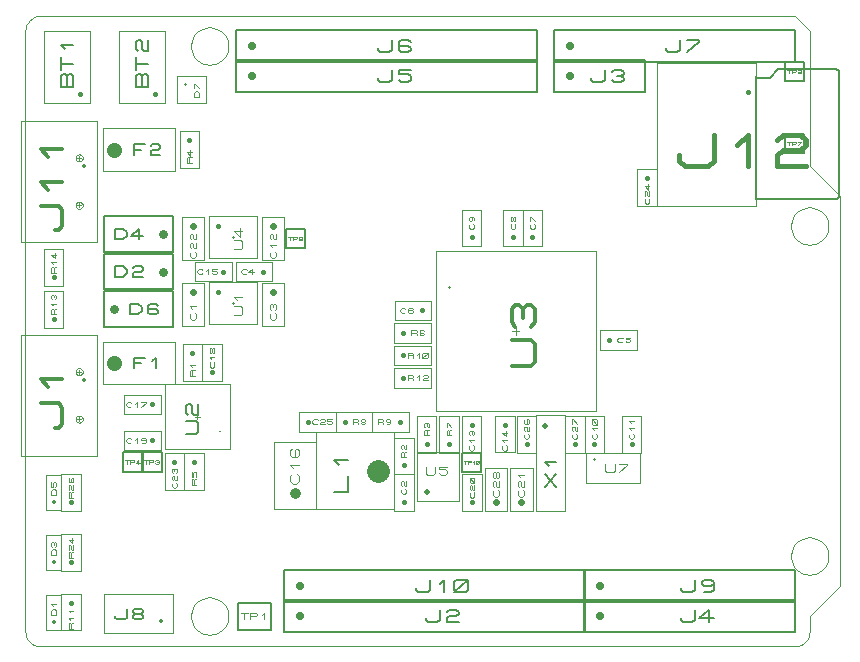
<source format=gbr>
G04 PROTEUS RS274X GERBER FILE*
%FSLAX45Y45*%
%MOMM*%
G01*
%ADD50C,0.025400*%
%ADD95C,0.360000*%
%ADD96C,0.303330*%
%ADD12C,0.400000*%
%ADD97C,0.160210*%
%ADD98C,0.320000*%
%ADD99C,0.067010*%
%ADD52C,0.127000*%
%ADD100C,0.088900*%
%ADD101C,0.420000*%
%ADD102C,0.067500*%
%ADD103C,1.280000*%
%ADD104C,0.142210*%
%ADD105C,0.150710*%
%ADD106C,0.640000*%
%ADD107C,0.177800*%
%ADD108C,0.431830*%
%ADD109C,0.180000*%
%ADD110C,0.162330*%
%ADD111C,0.270000*%
%ADD112C,0.328930*%
%ADD113C,0.260000*%
%ADD114C,0.071610*%
%ADD115C,0.113280*%
%ADD116C,0.480000*%
%ADD117C,0.050000*%
%ADD118C,0.119760*%
%ADD119C,0.760000*%
%ADD120C,0.149760*%
%ADD121C,0.558800*%
%ADD122C,0.084240*%
%ADD123C,1.935000*%
%ADD124C,0.203700*%
%ADD125C,0.160880*%
%ADD126C,0.914400*%
%ADD127C,0.121470*%
%ADD128C,0.037500*%
D50*
X+6800850Y+762000D02*
X+6800320Y+774958D01*
X+6796016Y+800876D01*
X+6787025Y+826794D01*
X+6772380Y+852712D01*
X+6749976Y+878466D01*
X+6724058Y+897958D01*
X+6698140Y+910530D01*
X+6672222Y+917866D01*
X+6646304Y+920694D01*
X+6642100Y+920750D01*
X+6483350Y+762000D02*
X+6483880Y+774958D01*
X+6488184Y+800876D01*
X+6497175Y+826794D01*
X+6511820Y+852712D01*
X+6534224Y+878466D01*
X+6560142Y+897958D01*
X+6586060Y+910530D01*
X+6611978Y+917866D01*
X+6637896Y+920694D01*
X+6642100Y+920750D01*
X+6483350Y+762000D02*
X+6483880Y+749042D01*
X+6488184Y+723124D01*
X+6497175Y+697206D01*
X+6511820Y+671288D01*
X+6534224Y+645534D01*
X+6560142Y+626042D01*
X+6586060Y+613470D01*
X+6611978Y+606134D01*
X+6637896Y+603306D01*
X+6642100Y+603250D01*
X+6800850Y+762000D02*
X+6800320Y+749042D01*
X+6796016Y+723124D01*
X+6787025Y+697206D01*
X+6772380Y+671288D01*
X+6749976Y+645534D01*
X+6724058Y+626042D01*
X+6698140Y+613470D01*
X+6672222Y+606134D01*
X+6646304Y+603306D01*
X+6642100Y+603250D01*
X+6800850Y+3556000D02*
X+6800320Y+3568958D01*
X+6796016Y+3594876D01*
X+6787025Y+3620794D01*
X+6772380Y+3646712D01*
X+6749976Y+3672466D01*
X+6724058Y+3691958D01*
X+6698140Y+3704530D01*
X+6672222Y+3711866D01*
X+6646304Y+3714694D01*
X+6642100Y+3714750D01*
X+6483350Y+3556000D02*
X+6483880Y+3568958D01*
X+6488184Y+3594876D01*
X+6497175Y+3620794D01*
X+6511820Y+3646712D01*
X+6534224Y+3672466D01*
X+6560142Y+3691958D01*
X+6586060Y+3704530D01*
X+6611978Y+3711866D01*
X+6637896Y+3714694D01*
X+6642100Y+3714750D01*
X+6483350Y+3556000D02*
X+6483880Y+3543042D01*
X+6488184Y+3517124D01*
X+6497175Y+3491206D01*
X+6511820Y+3465288D01*
X+6534224Y+3439534D01*
X+6560142Y+3420042D01*
X+6586060Y+3407470D01*
X+6611978Y+3400134D01*
X+6637896Y+3397306D01*
X+6642100Y+3397250D01*
X+6800850Y+3556000D02*
X+6800320Y+3543042D01*
X+6796016Y+3517124D01*
X+6787025Y+3491206D01*
X+6772380Y+3465288D01*
X+6749976Y+3439534D01*
X+6724058Y+3420042D01*
X+6698140Y+3407470D01*
X+6672222Y+3400134D01*
X+6646304Y+3397306D01*
X+6642100Y+3397250D01*
X+1720850Y+5080000D02*
X+1720320Y+5092958D01*
X+1716016Y+5118876D01*
X+1707025Y+5144794D01*
X+1692380Y+5170712D01*
X+1669976Y+5196466D01*
X+1644058Y+5215958D01*
X+1618140Y+5228530D01*
X+1592222Y+5235866D01*
X+1566304Y+5238694D01*
X+1562100Y+5238750D01*
X+1403350Y+5080000D02*
X+1403880Y+5092958D01*
X+1408184Y+5118876D01*
X+1417175Y+5144794D01*
X+1431820Y+5170712D01*
X+1454224Y+5196466D01*
X+1480142Y+5215958D01*
X+1506060Y+5228530D01*
X+1531978Y+5235866D01*
X+1557896Y+5238694D01*
X+1562100Y+5238750D01*
X+1403350Y+5080000D02*
X+1403880Y+5067042D01*
X+1408184Y+5041124D01*
X+1417175Y+5015206D01*
X+1431820Y+4989288D01*
X+1454224Y+4963534D01*
X+1480142Y+4944042D01*
X+1506060Y+4931470D01*
X+1531978Y+4924134D01*
X+1557896Y+4921306D01*
X+1562100Y+4921250D01*
X+1720850Y+5080000D02*
X+1720320Y+5067042D01*
X+1716016Y+5041124D01*
X+1707025Y+5015206D01*
X+1692380Y+4989288D01*
X+1669976Y+4963534D01*
X+1644058Y+4944042D01*
X+1618140Y+4931470D01*
X+1592222Y+4924134D01*
X+1566304Y+4921306D01*
X+1562100Y+4921250D01*
X+1720850Y+254000D02*
X+1720320Y+266958D01*
X+1716016Y+292876D01*
X+1707025Y+318794D01*
X+1692380Y+344712D01*
X+1669976Y+370466D01*
X+1644058Y+389958D01*
X+1618140Y+402530D01*
X+1592222Y+409866D01*
X+1566304Y+412694D01*
X+1562100Y+412750D01*
X+1403350Y+254000D02*
X+1403880Y+266958D01*
X+1408184Y+292876D01*
X+1417175Y+318794D01*
X+1431820Y+344712D01*
X+1454224Y+370466D01*
X+1480142Y+389958D01*
X+1506060Y+402530D01*
X+1531978Y+409866D01*
X+1557896Y+412694D01*
X+1562100Y+412750D01*
X+1403350Y+254000D02*
X+1403880Y+241042D01*
X+1408184Y+215124D01*
X+1417175Y+189206D01*
X+1431820Y+163288D01*
X+1454224Y+137534D01*
X+1480142Y+118042D01*
X+1506060Y+105470D01*
X+1531978Y+98134D01*
X+1557896Y+95306D01*
X+1562100Y+95250D01*
X+1720850Y+254000D02*
X+1720320Y+241042D01*
X+1716016Y+215124D01*
X+1707025Y+189206D01*
X+1692380Y+163288D01*
X+1669976Y+137534D01*
X+1644058Y+118042D01*
X+1618140Y+105470D01*
X+1592222Y+98134D01*
X+1566304Y+95306D01*
X+1562100Y+95250D01*
X+127000Y+0D02*
X+101032Y+2527D01*
X+77018Y+9798D01*
X+55423Y+21347D01*
X+36711Y+36711D01*
X+21348Y+55423D01*
X+9798Y+77018D01*
X+2527Y+101032D01*
X+0Y+127000D01*
X+0Y+5207000D01*
X+2527Y+5232967D01*
X+9798Y+5256981D01*
X+21348Y+5278577D01*
X+36711Y+5297289D01*
X+55423Y+5312652D01*
X+77018Y+5324202D01*
X+101032Y+5331473D01*
X+127000Y+5334000D01*
X+6515100Y+5334000D01*
X+6642100Y+5207000D01*
X+6642100Y+4064000D01*
X+6896100Y+3810000D01*
X+6896100Y+508000D01*
X+6642100Y+254000D01*
X+6642100Y+127000D01*
X+6639573Y+101032D01*
X+6632302Y+77018D01*
X+6620752Y+55423D01*
X+6605389Y+36711D01*
X+6586677Y+21347D01*
X+6565081Y+9798D01*
X+6541067Y+2527D01*
X+6515100Y+0D01*
X+127000Y+0D01*
X+486300Y+2322200D02*
X+486197Y+2324689D01*
X+485355Y+2329669D01*
X+483595Y+2334649D01*
X+480718Y+2339629D01*
X+476317Y+2344545D01*
X+471337Y+2348159D01*
X+466357Y+2350464D01*
X+461377Y+2351767D01*
X+456397Y+2352200D01*
X+456300Y+2352200D01*
X+426300Y+2322200D02*
X+426403Y+2324689D01*
X+427245Y+2329669D01*
X+429005Y+2334649D01*
X+431882Y+2339629D01*
X+436283Y+2344545D01*
X+441263Y+2348159D01*
X+446243Y+2350464D01*
X+451223Y+2351767D01*
X+456203Y+2352200D01*
X+456300Y+2352200D01*
X+426300Y+2322200D02*
X+426403Y+2319711D01*
X+427245Y+2314731D01*
X+429005Y+2309751D01*
X+431882Y+2304771D01*
X+436283Y+2299855D01*
X+441263Y+2296241D01*
X+446243Y+2293936D01*
X+451223Y+2292633D01*
X+456203Y+2292200D01*
X+456300Y+2292200D01*
X+486300Y+2322200D02*
X+486197Y+2319711D01*
X+485355Y+2314731D01*
X+483595Y+2309751D01*
X+480718Y+2304771D01*
X+476317Y+2299855D01*
X+471337Y+2296241D01*
X+466357Y+2293936D01*
X+461377Y+2292633D01*
X+456397Y+2292200D01*
X+456300Y+2292200D01*
X+486300Y+1922200D02*
X+486197Y+1924689D01*
X+485355Y+1929669D01*
X+483595Y+1934649D01*
X+480718Y+1939629D01*
X+476317Y+1944545D01*
X+471337Y+1948159D01*
X+466357Y+1950464D01*
X+461377Y+1951767D01*
X+456397Y+1952200D01*
X+456300Y+1952200D01*
X+426300Y+1922200D02*
X+426403Y+1924689D01*
X+427245Y+1929669D01*
X+429005Y+1934649D01*
X+431882Y+1939629D01*
X+436283Y+1944545D01*
X+441263Y+1948159D01*
X+446243Y+1950464D01*
X+451223Y+1951767D01*
X+456203Y+1952200D01*
X+456300Y+1952200D01*
X+426300Y+1922200D02*
X+426403Y+1919711D01*
X+427245Y+1914731D01*
X+429005Y+1909751D01*
X+431882Y+1904771D01*
X+436283Y+1899855D01*
X+441263Y+1896241D01*
X+446243Y+1893936D01*
X+451223Y+1892633D01*
X+456203Y+1892200D01*
X+456300Y+1892200D01*
X+486300Y+1922200D02*
X+486197Y+1919711D01*
X+485355Y+1914731D01*
X+483595Y+1909751D01*
X+480718Y+1904771D01*
X+476317Y+1899855D01*
X+471337Y+1896241D01*
X+466357Y+1893936D01*
X+461377Y+1892633D01*
X+456397Y+1892200D01*
X+456300Y+1892200D01*
X+456300Y+1937200D02*
X+456300Y+1907200D01*
X+471300Y+1922200D02*
X+441300Y+1922200D01*
X+456300Y+2337200D02*
X+456300Y+2307200D01*
X+471300Y+2322200D02*
X+441300Y+2322200D01*
X-38700Y+1607200D02*
X+611300Y+1607200D01*
X+611300Y+2637200D01*
X-38700Y+2637200D01*
X-38700Y+1607200D01*
D95*
X+501300Y+2252200D02*
X+501300Y+2252200D01*
D96*
X+251999Y+1849195D02*
X+282333Y+1849195D01*
X+312667Y+1883320D01*
X+312667Y+2019823D01*
X+282333Y+2053948D01*
X+130663Y+2053948D01*
X+191331Y+2190451D02*
X+130663Y+2258702D01*
X+312667Y+2258702D01*
D50*
X+161300Y+4595800D02*
X+546300Y+4595800D01*
X+546300Y+5205800D01*
X+161300Y+5205800D01*
X+161300Y+4595800D01*
D12*
X+466300Y+4670800D02*
X+466300Y+4670800D01*
D97*
X+401863Y+4732652D02*
X+305737Y+4732652D01*
X+305737Y+4822770D01*
X+321758Y+4840793D01*
X+337779Y+4840793D01*
X+353800Y+4822770D01*
X+369821Y+4840793D01*
X+385842Y+4840793D01*
X+401863Y+4822770D01*
X+401863Y+4732652D01*
X+353800Y+4732652D02*
X+353800Y+4822770D01*
X+305737Y+4876841D02*
X+305737Y+4984982D01*
X+305737Y+4930911D02*
X+401863Y+4930911D01*
X+337779Y+5057077D02*
X+305737Y+5093124D01*
X+401863Y+5093124D01*
D50*
X+796300Y+4595800D02*
X+1181300Y+4595800D01*
X+1181300Y+5205800D01*
X+796300Y+5205800D01*
X+796300Y+4595800D01*
D12*
X+1101300Y+4670800D02*
X+1101300Y+4670800D01*
D97*
X+1036863Y+4732652D02*
X+940737Y+4732652D01*
X+940737Y+4822770D01*
X+956758Y+4840793D01*
X+972779Y+4840793D01*
X+988800Y+4822770D01*
X+1004821Y+4840793D01*
X+1020842Y+4840793D01*
X+1036863Y+4822770D01*
X+1036863Y+4732652D01*
X+988800Y+4732652D02*
X+988800Y+4822770D01*
X+940737Y+4876841D02*
X+940737Y+4984982D01*
X+940737Y+4930911D02*
X+1036863Y+4930911D01*
X+956758Y+5039053D02*
X+940737Y+5057077D01*
X+940737Y+5111148D01*
X+956758Y+5129171D01*
X+972779Y+5129171D01*
X+988800Y+5111148D01*
X+988800Y+5057077D01*
X+1004821Y+5039053D01*
X+1036863Y+5039053D01*
X+1036863Y+5129171D01*
D50*
X+177800Y+139575D02*
X+304800Y+139575D01*
X+304800Y+431675D01*
X+177800Y+431675D01*
X+177800Y+139575D01*
D98*
X+241300Y+203200D02*
X+241300Y+203200D01*
D99*
X+261404Y+265760D02*
X+221195Y+265760D01*
X+221195Y+295916D01*
X+234598Y+310994D01*
X+248001Y+310994D01*
X+261404Y+295916D01*
X+261404Y+265760D01*
X+234598Y+341151D02*
X+221195Y+356229D01*
X+261404Y+356229D01*
D52*
X+1803400Y+139700D02*
X+2082800Y+139700D01*
X+2082800Y+368300D01*
X+1803400Y+368300D01*
X+1803400Y+139700D01*
D100*
X+1823085Y+280670D02*
X+1883092Y+280670D01*
X+1853088Y+280670D02*
X+1853088Y+227330D01*
X+1903095Y+227330D02*
X+1903095Y+280670D01*
X+1953101Y+280670D01*
X+1963102Y+271780D01*
X+1963102Y+262890D01*
X+1953101Y+254000D01*
X+1903095Y+254000D01*
X+2003107Y+262890D02*
X+2023110Y+280670D01*
X+2023110Y+227330D01*
D50*
X+304805Y+635000D02*
X+469905Y+635000D01*
X+469905Y+946150D01*
X+304805Y+946150D01*
X+304805Y+635000D01*
D101*
X+387350Y+711200D02*
X+387350Y+711200D01*
D102*
X+407607Y+748678D02*
X+367104Y+748678D01*
X+367104Y+786649D01*
X+373854Y+794244D01*
X+380605Y+794244D01*
X+387355Y+786649D01*
X+387355Y+748678D01*
X+387355Y+786649D02*
X+394106Y+794244D01*
X+407607Y+794244D01*
X+373854Y+817027D02*
X+367104Y+824621D01*
X+367104Y+847404D01*
X+373854Y+854999D01*
X+380605Y+854999D01*
X+387355Y+847404D01*
X+387355Y+824621D01*
X+394106Y+817027D01*
X+407607Y+817027D01*
X+407607Y+854999D01*
X+394106Y+915754D02*
X+394106Y+870188D01*
X+367104Y+900565D01*
X+407607Y+900565D01*
D50*
X+304795Y+133250D02*
X+469895Y+133250D01*
X+469895Y+444400D01*
X+304795Y+444400D01*
X+304795Y+133250D01*
D101*
X+387350Y+368200D02*
X+387350Y+368200D01*
D102*
X+407597Y+148458D02*
X+367094Y+148458D01*
X+367094Y+186429D01*
X+373844Y+194024D01*
X+380595Y+194024D01*
X+387345Y+186429D01*
X+387345Y+148458D01*
X+387345Y+186429D02*
X+394096Y+194024D01*
X+407597Y+194024D01*
X+380595Y+224401D02*
X+367094Y+239590D01*
X+407597Y+239590D01*
X+380595Y+285156D02*
X+367094Y+300345D01*
X+407597Y+300345D01*
D50*
X+177800Y+647575D02*
X+304800Y+647575D01*
X+304800Y+939675D01*
X+177800Y+939675D01*
X+177800Y+647575D01*
D98*
X+241300Y+711200D02*
X+241300Y+711200D01*
D99*
X+261404Y+773760D02*
X+221195Y+773760D01*
X+221195Y+803916D01*
X+234598Y+818994D01*
X+248001Y+818994D01*
X+261404Y+803916D01*
X+261404Y+773760D01*
X+227897Y+841612D02*
X+221195Y+849151D01*
X+221195Y+871768D01*
X+227897Y+879307D01*
X+234598Y+879307D01*
X+241300Y+871768D01*
X+248001Y+879307D01*
X+254703Y+879307D01*
X+261404Y+871768D01*
X+261404Y+849151D01*
X+254703Y+841612D01*
X+241300Y+856690D02*
X+241300Y+871768D01*
D50*
X+660300Y+2216000D02*
X+1270300Y+2216000D01*
X+1270300Y+2576000D01*
X+660300Y+2576000D01*
X+660300Y+2216000D01*
D103*
X+755300Y+2396000D02*
X+755300Y+2396000D01*
D104*
X+917446Y+2353337D02*
X+917446Y+2438663D01*
X+1013437Y+2438663D01*
X+917446Y+2396000D02*
X+981440Y+2396000D01*
X+1077432Y+2410221D02*
X+1109429Y+2438663D01*
X+1109429Y+2353337D01*
D50*
X+304805Y+1143000D02*
X+469905Y+1143000D01*
X+469905Y+1454150D01*
X+304805Y+1454150D01*
X+304805Y+1143000D01*
D101*
X+387350Y+1219200D02*
X+387350Y+1219200D01*
D102*
X+407607Y+1256678D02*
X+367104Y+1256678D01*
X+367104Y+1294649D01*
X+373854Y+1302244D01*
X+380605Y+1302244D01*
X+387355Y+1294649D01*
X+387355Y+1256678D01*
X+387355Y+1294649D02*
X+394106Y+1302244D01*
X+407607Y+1302244D01*
X+373854Y+1325027D02*
X+367104Y+1332621D01*
X+367104Y+1355404D01*
X+373854Y+1362999D01*
X+380605Y+1362999D01*
X+387355Y+1355404D01*
X+387355Y+1332621D01*
X+394106Y+1325027D01*
X+407607Y+1325027D01*
X+407607Y+1362999D01*
X+373854Y+1423754D02*
X+367104Y+1416159D01*
X+367104Y+1393376D01*
X+373854Y+1385782D01*
X+400857Y+1385782D01*
X+407607Y+1393376D01*
X+407607Y+1416159D01*
X+400857Y+1423754D01*
X+394106Y+1423754D01*
X+387355Y+1416159D01*
X+387355Y+1385782D01*
D50*
X+666750Y+106600D02*
X+1250950Y+106600D01*
X+1250950Y+436800D01*
X+666750Y+436800D01*
X+666750Y+106600D01*
D95*
X+1149350Y+208200D02*
X+1149350Y+208200D01*
D105*
X+762769Y+256628D02*
X+762769Y+241556D01*
X+779724Y+226484D01*
X+847547Y+226484D01*
X+864503Y+241556D01*
X+864503Y+316915D01*
X+932326Y+271700D02*
X+915370Y+286771D01*
X+915370Y+301843D01*
X+932326Y+316915D01*
X+983193Y+316915D01*
X+1000149Y+301843D01*
X+1000149Y+286771D01*
X+983193Y+271700D01*
X+932326Y+271700D01*
X+915370Y+256628D01*
X+915370Y+241556D01*
X+932326Y+226484D01*
X+983193Y+226484D01*
X+1000149Y+241556D01*
X+1000149Y+256628D01*
X+983193Y+271700D01*
D52*
X+4730750Y+374650D02*
X+6521450Y+374650D01*
X+6521450Y+641350D01*
X+4730750Y+641350D01*
X+4730750Y+374650D01*
D106*
X+4864100Y+508000D02*
X+4864100Y+508000D01*
D107*
X+5548755Y+490220D02*
X+5548755Y+472440D01*
X+5568757Y+454660D01*
X+5648767Y+454660D01*
X+5668770Y+472440D01*
X+5668770Y+561340D01*
X+5828790Y+525780D02*
X+5808787Y+508000D01*
X+5748780Y+508000D01*
X+5728777Y+525780D01*
X+5728777Y+543560D01*
X+5748780Y+561340D01*
X+5808787Y+561340D01*
X+5828790Y+543560D01*
X+5828790Y+472440D01*
X+5808787Y+454660D01*
X+5748780Y+454660D01*
D52*
X+4730750Y+120650D02*
X+6521450Y+120650D01*
X+6521450Y+387350D01*
X+4730750Y+387350D01*
X+4730750Y+120650D01*
D106*
X+4864100Y+254000D02*
X+4864100Y+254000D01*
D107*
X+5548755Y+236220D02*
X+5548755Y+218440D01*
X+5568757Y+200660D01*
X+5648767Y+200660D01*
X+5668770Y+218440D01*
X+5668770Y+307340D01*
X+5828790Y+236220D02*
X+5708775Y+236220D01*
X+5788785Y+307340D01*
X+5788785Y+200660D01*
D52*
X+2190750Y+374650D02*
X+4743450Y+374650D01*
X+4743450Y+641350D01*
X+2190750Y+641350D01*
X+2190750Y+374650D01*
D106*
X+2324100Y+508000D02*
X+2324100Y+508000D01*
D107*
X+3309745Y+490220D02*
X+3309745Y+472440D01*
X+3329747Y+454660D01*
X+3409757Y+454660D01*
X+3429760Y+472440D01*
X+3429760Y+561340D01*
X+3509770Y+525780D02*
X+3549775Y+561340D01*
X+3549775Y+454660D01*
X+3629785Y+472440D02*
X+3629785Y+543560D01*
X+3649787Y+561340D01*
X+3729797Y+561340D01*
X+3749800Y+543560D01*
X+3749800Y+472440D01*
X+3729797Y+454660D01*
X+3649787Y+454660D01*
X+3629785Y+472440D01*
X+3629785Y+454660D02*
X+3749800Y+561340D01*
D52*
X+2190750Y+120650D02*
X+4743450Y+120650D01*
X+4743450Y+387350D01*
X+2190750Y+387350D01*
X+2190750Y+120650D01*
D106*
X+2324100Y+254000D02*
X+2324100Y+254000D01*
D107*
X+3389755Y+236220D02*
X+3389755Y+218440D01*
X+3409757Y+200660D01*
X+3489767Y+200660D01*
X+3509770Y+218440D01*
X+3509770Y+307340D01*
X+3569777Y+289560D02*
X+3589780Y+307340D01*
X+3649787Y+307340D01*
X+3669790Y+289560D01*
X+3669790Y+271780D01*
X+3649787Y+254000D01*
X+3589780Y+254000D01*
X+3569777Y+236220D01*
X+3569777Y+200660D01*
X+3669790Y+200660D01*
D52*
X+1784350Y+4946650D02*
X+4337050Y+4946650D01*
X+4337050Y+5213350D01*
X+1784350Y+5213350D01*
X+1784350Y+4946650D01*
D106*
X+1917700Y+5080000D02*
X+1917700Y+5080000D01*
D107*
X+2983355Y+5062220D02*
X+2983355Y+5044440D01*
X+3003357Y+5026660D01*
X+3083367Y+5026660D01*
X+3103370Y+5044440D01*
X+3103370Y+5133340D01*
X+3263390Y+5115560D02*
X+3243387Y+5133340D01*
X+3183380Y+5133340D01*
X+3163377Y+5115560D01*
X+3163377Y+5044440D01*
X+3183380Y+5026660D01*
X+3243387Y+5026660D01*
X+3263390Y+5044440D01*
X+3263390Y+5062220D01*
X+3243387Y+5080000D01*
X+3163377Y+5080000D01*
D52*
X+1784350Y+4692650D02*
X+4337050Y+4692650D01*
X+4337050Y+4959350D01*
X+1784350Y+4959350D01*
X+1784350Y+4692650D01*
D106*
X+1917700Y+4826000D02*
X+1917700Y+4826000D01*
D107*
X+2983355Y+4808220D02*
X+2983355Y+4790440D01*
X+3003357Y+4772660D01*
X+3083367Y+4772660D01*
X+3103370Y+4790440D01*
X+3103370Y+4879340D01*
X+3263390Y+4879340D02*
X+3163377Y+4879340D01*
X+3163377Y+4843780D01*
X+3243387Y+4843780D01*
X+3263390Y+4826000D01*
X+3263390Y+4790440D01*
X+3243387Y+4772660D01*
X+3183380Y+4772660D01*
X+3163377Y+4790440D01*
D52*
X+4476750Y+4946650D02*
X+6521450Y+4946650D01*
X+6521450Y+5213350D01*
X+4476750Y+5213350D01*
X+4476750Y+4946650D01*
D106*
X+4610100Y+5080000D02*
X+4610100Y+5080000D01*
D107*
X+5421755Y+5062220D02*
X+5421755Y+5044440D01*
X+5441757Y+5026660D01*
X+5521767Y+5026660D01*
X+5541770Y+5044440D01*
X+5541770Y+5133340D01*
X+5601777Y+5133340D02*
X+5701790Y+5133340D01*
X+5701790Y+5115560D01*
X+5601777Y+5026660D01*
D50*
X+177800Y+1155575D02*
X+304800Y+1155575D01*
X+304800Y+1447675D01*
X+177800Y+1447675D01*
X+177800Y+1155575D01*
D98*
X+241300Y+1219200D02*
X+241300Y+1219200D01*
D99*
X+261404Y+1281760D02*
X+221195Y+1281760D01*
X+221195Y+1311916D01*
X+234598Y+1326994D01*
X+248001Y+1326994D01*
X+261404Y+1311916D01*
X+261404Y+1281760D01*
X+221195Y+1387307D02*
X+221195Y+1349612D01*
X+234598Y+1349612D01*
X+234598Y+1379768D01*
X+241300Y+1387307D01*
X+254703Y+1387307D01*
X+261404Y+1379768D01*
X+261404Y+1357151D01*
X+254703Y+1349612D01*
D50*
X+5347000Y+3728100D02*
X+6187000Y+3728100D01*
X+6187000Y+4938100D01*
X+5347000Y+4938100D01*
X+5347000Y+3728100D01*
D52*
X+6187000Y+3783100D02*
X+6862000Y+3783100D01*
X+6873807Y+3785414D01*
X+6883328Y+3791772D01*
X+6889686Y+3801293D01*
X+6892000Y+3813100D01*
X+6892000Y+4853100D01*
X+6889686Y+4864907D01*
X+6883328Y+4874428D01*
X+6873807Y+4880786D01*
X+6862000Y+4883100D01*
X+6372000Y+4883100D01*
X+6302000Y+4813100D01*
X+6202000Y+4813100D01*
X+6191336Y+4817436D01*
X+6187000Y+4828100D01*
X+6187000Y+3783100D01*
D12*
X+6117000Y+4688100D02*
X+6117000Y+4688100D01*
D108*
X+5539070Y+4154282D02*
X+5539070Y+4111099D01*
X+5587650Y+4067916D01*
X+5781974Y+4067916D01*
X+5830555Y+4111099D01*
X+5830555Y+4327014D01*
X+6024878Y+4240648D02*
X+6122040Y+4327014D01*
X+6122040Y+4067916D01*
X+6364944Y+4283831D02*
X+6413525Y+4327014D01*
X+6559268Y+4327014D01*
X+6607849Y+4283831D01*
X+6607849Y+4240648D01*
X+6559268Y+4197465D01*
X+6413525Y+4197465D01*
X+6364944Y+4154282D01*
X+6364944Y+4067916D01*
X+6607849Y+4067916D01*
D50*
X+1475700Y+1940650D02*
X+1435700Y+1940650D01*
X+1455700Y+1920650D02*
X+1455700Y+1960650D01*
X+1180700Y+1665650D02*
X+1730700Y+1665650D01*
X+1730700Y+2215650D01*
X+1180700Y+2215650D01*
X+1180700Y+1665650D01*
D109*
X+1650700Y+1820650D02*
X+1650700Y+1820650D01*
D110*
X+1361864Y+1794547D02*
X+1443032Y+1794547D01*
X+1459266Y+1812809D01*
X+1459266Y+1885861D01*
X+1443032Y+1904124D01*
X+1361864Y+1904124D01*
X+1378098Y+1958912D02*
X+1361864Y+1977175D01*
X+1361864Y+2031964D01*
X+1378098Y+2050227D01*
X+1394331Y+2050227D01*
X+1410565Y+2031964D01*
X+1410565Y+1977175D01*
X+1426799Y+1958912D01*
X+1459266Y+1958912D01*
X+1459266Y+2050227D01*
D50*
X+3474400Y+1987400D02*
X+4834400Y+1987400D01*
X+4834400Y+3347400D01*
X+3474400Y+3347400D01*
X+3474400Y+1987400D01*
X+4124400Y+2667400D02*
X+4184400Y+2667400D01*
X+4154400Y+2697400D02*
X+4154400Y+2637400D01*
D111*
X+3584400Y+3042400D02*
X+3584400Y+3042400D01*
D112*
X+4118104Y+2371357D02*
X+4282572Y+2371357D01*
X+4315466Y+2408362D01*
X+4315466Y+2556383D01*
X+4282572Y+2593389D01*
X+4118104Y+2593389D01*
X+4150998Y+2704405D02*
X+4118104Y+2741410D01*
X+4118104Y+2852426D01*
X+4150998Y+2889432D01*
X+4183891Y+2889432D01*
X+4216785Y+2852426D01*
X+4249679Y+2889432D01*
X+4282572Y+2889432D01*
X+4315466Y+2852426D01*
X+4315466Y+2741410D01*
X+4282572Y+2704405D01*
X+4216785Y+2778416D02*
X+4216785Y+2852426D01*
D50*
X+486300Y+4132900D02*
X+486197Y+4135389D01*
X+485355Y+4140369D01*
X+483595Y+4145349D01*
X+480718Y+4150329D01*
X+476317Y+4155245D01*
X+471337Y+4158859D01*
X+466357Y+4161164D01*
X+461377Y+4162467D01*
X+456397Y+4162900D01*
X+456300Y+4162900D01*
X+426300Y+4132900D02*
X+426403Y+4135389D01*
X+427245Y+4140369D01*
X+429005Y+4145349D01*
X+431882Y+4150329D01*
X+436283Y+4155245D01*
X+441263Y+4158859D01*
X+446243Y+4161164D01*
X+451223Y+4162467D01*
X+456203Y+4162900D01*
X+456300Y+4162900D01*
X+426300Y+4132900D02*
X+426403Y+4130411D01*
X+427245Y+4125431D01*
X+429005Y+4120451D01*
X+431882Y+4115471D01*
X+436283Y+4110555D01*
X+441263Y+4106941D01*
X+446243Y+4104636D01*
X+451223Y+4103333D01*
X+456203Y+4102900D01*
X+456300Y+4102900D01*
X+486300Y+4132900D02*
X+486197Y+4130411D01*
X+485355Y+4125431D01*
X+483595Y+4120451D01*
X+480718Y+4115471D01*
X+476317Y+4110555D01*
X+471337Y+4106941D01*
X+466357Y+4104636D01*
X+461377Y+4103333D01*
X+456397Y+4102900D01*
X+456300Y+4102900D01*
X+486300Y+3732900D02*
X+486197Y+3735389D01*
X+485355Y+3740369D01*
X+483595Y+3745349D01*
X+480718Y+3750329D01*
X+476317Y+3755245D01*
X+471337Y+3758859D01*
X+466357Y+3761164D01*
X+461377Y+3762467D01*
X+456397Y+3762900D01*
X+456300Y+3762900D01*
X+426300Y+3732900D02*
X+426403Y+3735389D01*
X+427245Y+3740369D01*
X+429005Y+3745349D01*
X+431882Y+3750329D01*
X+436283Y+3755245D01*
X+441263Y+3758859D01*
X+446243Y+3761164D01*
X+451223Y+3762467D01*
X+456203Y+3762900D01*
X+456300Y+3762900D01*
X+426300Y+3732900D02*
X+426403Y+3730411D01*
X+427245Y+3725431D01*
X+429005Y+3720451D01*
X+431882Y+3715471D01*
X+436283Y+3710555D01*
X+441263Y+3706941D01*
X+446243Y+3704636D01*
X+451223Y+3703333D01*
X+456203Y+3702900D01*
X+456300Y+3702900D01*
X+486300Y+3732900D02*
X+486197Y+3730411D01*
X+485355Y+3725431D01*
X+483595Y+3720451D01*
X+480718Y+3715471D01*
X+476317Y+3710555D01*
X+471337Y+3706941D01*
X+466357Y+3704636D01*
X+461377Y+3703333D01*
X+456397Y+3702900D01*
X+456300Y+3702900D01*
X+456300Y+3747900D02*
X+456300Y+3717900D01*
X+471300Y+3732900D02*
X+441300Y+3732900D01*
X+456300Y+4147900D02*
X+456300Y+4117900D01*
X+471300Y+4132900D02*
X+441300Y+4132900D01*
X-38700Y+3417900D02*
X+611300Y+3417900D01*
X+611300Y+4447900D01*
X-38700Y+4447900D01*
X-38700Y+3417900D01*
D95*
X+501300Y+4062900D02*
X+501300Y+4062900D01*
D96*
X+251999Y+3523393D02*
X+282333Y+3523393D01*
X+312667Y+3557518D01*
X+312667Y+3694021D01*
X+282333Y+3728146D01*
X+130663Y+3728146D01*
X+191331Y+3864649D02*
X+130663Y+3932900D01*
X+312667Y+3932900D01*
X+191331Y+4137654D02*
X+130663Y+4205905D01*
X+312667Y+4205905D01*
D50*
X+1285300Y+4600800D02*
X+1530300Y+4600800D01*
X+1530300Y+4825800D01*
X+1285300Y+4825800D01*
X+1285300Y+4600800D01*
D113*
X+1355300Y+4755800D02*
X+1355300Y+4755800D01*
D114*
X+1471419Y+4648849D02*
X+1428451Y+4648849D01*
X+1428451Y+4681074D01*
X+1442774Y+4697187D01*
X+1457096Y+4697187D01*
X+1471419Y+4681074D01*
X+1471419Y+4648849D01*
X+1428451Y+4721356D02*
X+1428451Y+4761638D01*
X+1435612Y+4761638D01*
X+1471419Y+4721356D01*
D50*
X+1758850Y+2914250D02*
X+1758850Y+2894250D01*
X+1768850Y+2904250D02*
X+1748850Y+2904250D01*
X+1558850Y+2729250D02*
X+1958850Y+2729250D01*
X+1958850Y+3079250D01*
X+1558850Y+3079250D01*
X+1558850Y+2729250D01*
D12*
X+1628850Y+2999250D02*
X+1628850Y+2999250D01*
D115*
X+1770501Y+2802298D02*
X+1827141Y+2802298D01*
X+1838469Y+2815042D01*
X+1838469Y+2866018D01*
X+1827141Y+2878762D01*
X+1770501Y+2878762D01*
X+1793157Y+2929738D02*
X+1770501Y+2955226D01*
X+1838469Y+2955226D01*
D50*
X+1758850Y+3473050D02*
X+1758850Y+3453050D01*
X+1768850Y+3463050D02*
X+1748850Y+3463050D01*
X+1558850Y+3288050D02*
X+1958850Y+3288050D01*
X+1958850Y+3638050D01*
X+1558850Y+3638050D01*
X+1558850Y+3288050D01*
D12*
X+1628850Y+3558050D02*
X+1628850Y+3558050D01*
D115*
X+1770501Y+3361098D02*
X+1827141Y+3361098D01*
X+1838469Y+3373842D01*
X+1838469Y+3424818D01*
X+1827141Y+3437562D01*
X+1770501Y+3437562D01*
X+1815813Y+3539514D02*
X+1815813Y+3463050D01*
X+1770501Y+3514026D01*
X+1838469Y+3514026D01*
D50*
X+3319524Y+1231218D02*
X+3669524Y+1231218D01*
X+3669524Y+1641218D01*
X+3319524Y+1641218D01*
X+3319524Y+1231218D01*
D116*
X+3399524Y+1306218D02*
X+3399524Y+1306218D01*
D115*
X+3392572Y+1520337D02*
X+3392572Y+1463697D01*
X+3405316Y+1452369D01*
X+3456292Y+1452369D01*
X+3469036Y+1463697D01*
X+3469036Y+1520337D01*
X+3570988Y+1520337D02*
X+3507268Y+1520337D01*
X+3507268Y+1497681D01*
X+3558244Y+1497681D01*
X+3570988Y+1486353D01*
X+3570988Y+1463697D01*
X+3558244Y+1452369D01*
X+3520012Y+1452369D01*
X+3507268Y+1463697D01*
D117*
X+4751540Y+1376800D02*
X+5201540Y+1376800D01*
X+5201540Y+1636800D01*
X+4751540Y+1636800D01*
X+4751540Y+1376800D01*
D111*
X+4818540Y+1581800D02*
X+4818540Y+1581800D01*
D118*
X+4910251Y+1542729D02*
X+4910251Y+1482846D01*
X+4923724Y+1470870D01*
X+4977619Y+1470870D01*
X+4991092Y+1482846D01*
X+4991092Y+1542729D01*
X+5031513Y+1542729D02*
X+5098881Y+1542729D01*
X+5098881Y+1530753D01*
X+5031513Y+1470870D01*
D52*
X+4476750Y+4692650D02*
X+5251450Y+4692650D01*
X+5251450Y+4959350D01*
X+4476750Y+4959350D01*
X+4476750Y+4692650D01*
D106*
X+4610100Y+4826000D02*
X+4610100Y+4826000D01*
D107*
X+4786755Y+4808220D02*
X+4786755Y+4790440D01*
X+4806757Y+4772660D01*
X+4886767Y+4772660D01*
X+4906770Y+4790440D01*
X+4906770Y+4879340D01*
X+4966777Y+4861560D02*
X+4986780Y+4879340D01*
X+5046787Y+4879340D01*
X+5066790Y+4861560D01*
X+5066790Y+4843780D01*
X+5046787Y+4826000D01*
X+5066790Y+4808220D01*
X+5066790Y+4790440D01*
X+5046787Y+4772660D01*
X+4986780Y+4772660D01*
X+4966777Y+4790440D01*
X+5006782Y+4826000D02*
X+5046787Y+4826000D01*
D50*
X+486300Y+2322200D02*
X+486197Y+2324689D01*
X+485355Y+2329669D01*
X+483595Y+2334649D01*
X+480718Y+2339629D01*
X+476317Y+2344545D01*
X+471337Y+2348159D01*
X+466357Y+2350464D01*
X+461377Y+2351767D01*
X+456397Y+2352200D01*
X+456300Y+2352200D01*
X+426300Y+2322200D02*
X+426403Y+2324689D01*
X+427245Y+2329669D01*
X+429005Y+2334649D01*
X+431882Y+2339629D01*
X+436283Y+2344545D01*
X+441263Y+2348159D01*
X+446243Y+2350464D01*
X+451223Y+2351767D01*
X+456203Y+2352200D01*
X+456300Y+2352200D01*
X+426300Y+2322200D02*
X+426403Y+2319711D01*
X+427245Y+2314731D01*
X+429005Y+2309751D01*
X+431882Y+2304771D01*
X+436283Y+2299855D01*
X+441263Y+2296241D01*
X+446243Y+2293936D01*
X+451223Y+2292633D01*
X+456203Y+2292200D01*
X+456300Y+2292200D01*
X+486300Y+2322200D02*
X+486197Y+2319711D01*
X+485355Y+2314731D01*
X+483595Y+2309751D01*
X+480718Y+2304771D01*
X+476317Y+2299855D01*
X+471337Y+2296241D01*
X+466357Y+2293936D01*
X+461377Y+2292633D01*
X+456397Y+2292200D01*
X+456300Y+2292200D01*
X+486300Y+1922200D02*
X+486197Y+1924689D01*
X+485355Y+1929669D01*
X+483595Y+1934649D01*
X+480718Y+1939629D01*
X+476317Y+1944545D01*
X+471337Y+1948159D01*
X+466357Y+1950464D01*
X+461377Y+1951767D01*
X+456397Y+1952200D01*
X+456300Y+1952200D01*
X+426300Y+1922200D02*
X+426403Y+1924689D01*
X+427245Y+1929669D01*
X+429005Y+1934649D01*
X+431882Y+1939629D01*
X+436283Y+1944545D01*
X+441263Y+1948159D01*
X+446243Y+1950464D01*
X+451223Y+1951767D01*
X+456203Y+1952200D01*
X+456300Y+1952200D01*
X+426300Y+1922200D02*
X+426403Y+1919711D01*
X+427245Y+1914731D01*
X+429005Y+1909751D01*
X+431882Y+1904771D01*
X+436283Y+1899855D01*
X+441263Y+1896241D01*
X+446243Y+1893936D01*
X+451223Y+1892633D01*
X+456203Y+1892200D01*
X+456300Y+1892200D01*
X+486300Y+1922200D02*
X+486197Y+1919711D01*
X+485355Y+1914731D01*
X+483595Y+1909751D01*
X+480718Y+1904771D01*
X+476317Y+1899855D01*
X+471337Y+1896241D01*
X+466357Y+1893936D01*
X+461377Y+1892633D01*
X+456397Y+1892200D01*
X+456300Y+1892200D01*
X+837850Y+1964205D02*
X+1149000Y+1964205D01*
X+1149000Y+2129305D01*
X+837850Y+2129305D01*
X+837850Y+1964205D01*
D101*
X+1072800Y+2046750D02*
X+1072800Y+2046750D01*
D102*
X+898624Y+2033253D02*
X+891029Y+2026503D01*
X+868246Y+2026503D01*
X+853058Y+2040004D01*
X+853058Y+2053505D01*
X+868246Y+2067006D01*
X+891029Y+2067006D01*
X+898624Y+2060256D01*
X+929001Y+2053505D02*
X+944190Y+2067006D01*
X+944190Y+2026503D01*
X+982162Y+2067006D02*
X+1020134Y+2067006D01*
X+1020134Y+2060256D01*
X+982162Y+2026503D01*
D50*
X+1181095Y+1320800D02*
X+1346195Y+1320800D01*
X+1346195Y+1631950D01*
X+1181095Y+1631950D01*
X+1181095Y+1320800D01*
D101*
X+1263650Y+1555750D02*
X+1263650Y+1555750D01*
D102*
X+1277147Y+1381574D02*
X+1283897Y+1373979D01*
X+1283897Y+1351196D01*
X+1270396Y+1336008D01*
X+1256895Y+1336008D01*
X+1243394Y+1351196D01*
X+1243394Y+1373979D01*
X+1250144Y+1381574D01*
X+1250144Y+1404357D02*
X+1243394Y+1411951D01*
X+1243394Y+1434734D01*
X+1250144Y+1442329D01*
X+1256895Y+1442329D01*
X+1263645Y+1434734D01*
X+1263645Y+1411951D01*
X+1270396Y+1404357D01*
X+1283897Y+1404357D01*
X+1283897Y+1442329D01*
X+1250144Y+1465112D02*
X+1243394Y+1472706D01*
X+1243394Y+1495489D01*
X+1250144Y+1503084D01*
X+1256895Y+1503084D01*
X+1263645Y+1495489D01*
X+1270396Y+1503084D01*
X+1277147Y+1503084D01*
X+1283897Y+1495489D01*
X+1283897Y+1472706D01*
X+1277147Y+1465112D01*
X+1263645Y+1480301D02*
X+1263645Y+1495489D01*
D50*
X+486300Y+3732900D02*
X+486197Y+3735389D01*
X+485355Y+3740369D01*
X+483595Y+3745349D01*
X+480718Y+3750329D01*
X+476317Y+3755245D01*
X+471337Y+3758859D01*
X+466357Y+3761164D01*
X+461377Y+3762467D01*
X+456397Y+3762900D01*
X+456300Y+3762900D01*
X+426300Y+3732900D02*
X+426403Y+3735389D01*
X+427245Y+3740369D01*
X+429005Y+3745349D01*
X+431882Y+3750329D01*
X+436283Y+3755245D01*
X+441263Y+3758859D01*
X+446243Y+3761164D01*
X+451223Y+3762467D01*
X+456203Y+3762900D01*
X+456300Y+3762900D01*
X+426300Y+3732900D02*
X+426403Y+3730411D01*
X+427245Y+3725431D01*
X+429005Y+3720451D01*
X+431882Y+3715471D01*
X+436283Y+3710555D01*
X+441263Y+3706941D01*
X+446243Y+3704636D01*
X+451223Y+3703333D01*
X+456203Y+3702900D01*
X+456300Y+3702900D01*
X+486300Y+3732900D02*
X+486197Y+3730411D01*
X+485355Y+3725431D01*
X+483595Y+3720451D01*
X+480718Y+3715471D01*
X+476317Y+3710555D01*
X+471337Y+3706941D01*
X+466357Y+3704636D01*
X+461377Y+3703333D01*
X+456397Y+3702900D01*
X+456300Y+3702900D01*
X+486300Y+4132900D02*
X+486197Y+4135389D01*
X+485355Y+4140369D01*
X+483595Y+4145349D01*
X+480718Y+4150329D01*
X+476317Y+4155245D01*
X+471337Y+4158859D01*
X+466357Y+4161164D01*
X+461377Y+4162467D01*
X+456397Y+4162900D01*
X+456300Y+4162900D01*
X+426300Y+4132900D02*
X+426403Y+4135389D01*
X+427245Y+4140369D01*
X+429005Y+4145349D01*
X+431882Y+4150329D01*
X+436283Y+4155245D01*
X+441263Y+4158859D01*
X+446243Y+4161164D01*
X+451223Y+4162467D01*
X+456203Y+4162900D01*
X+456300Y+4162900D01*
X+426300Y+4132900D02*
X+426403Y+4130411D01*
X+427245Y+4125431D01*
X+429005Y+4120451D01*
X+431882Y+4115471D01*
X+436283Y+4110555D01*
X+441263Y+4106941D01*
X+446243Y+4104636D01*
X+451223Y+4103333D01*
X+456203Y+4102900D01*
X+456300Y+4102900D01*
X+486300Y+4132900D02*
X+486197Y+4130411D01*
X+485355Y+4125431D01*
X+483595Y+4120451D01*
X+480718Y+4115471D01*
X+476317Y+4110555D01*
X+471337Y+4106941D01*
X+466357Y+4104636D01*
X+461377Y+4103333D01*
X+456397Y+4102900D01*
X+456300Y+4102900D01*
X+660300Y+4024160D02*
X+1270300Y+4024160D01*
X+1270300Y+4384160D01*
X+660300Y+4384160D01*
X+660300Y+4024160D01*
D103*
X+755300Y+4204160D02*
X+755300Y+4204160D01*
D104*
X+917446Y+4161497D02*
X+917446Y+4246823D01*
X+1013437Y+4246823D01*
X+917446Y+4204160D02*
X+981440Y+4204160D01*
X+1061433Y+4232602D02*
X+1077432Y+4246823D01*
X+1125428Y+4246823D01*
X+1141426Y+4232602D01*
X+1141426Y+4218381D01*
X+1125428Y+4204160D01*
X+1077432Y+4204160D01*
X+1061433Y+4189939D01*
X+1061433Y+4161497D01*
X+1141426Y+4161497D01*
D50*
X+1333145Y+2243600D02*
X+1498245Y+2243600D01*
X+1498245Y+2554750D01*
X+1333145Y+2554750D01*
X+1333145Y+2243600D01*
D101*
X+1415700Y+2478550D02*
X+1415700Y+2478550D01*
D102*
X+1435947Y+2289185D02*
X+1395444Y+2289185D01*
X+1395444Y+2327156D01*
X+1402194Y+2334751D01*
X+1408945Y+2334751D01*
X+1415695Y+2327156D01*
X+1415695Y+2289185D01*
X+1415695Y+2327156D02*
X+1422446Y+2334751D01*
X+1435947Y+2334751D01*
X+1408945Y+2365128D02*
X+1395444Y+2380317D01*
X+1435947Y+2380317D01*
D50*
X+158755Y+2695000D02*
X+323855Y+2695000D01*
X+323855Y+3006150D01*
X+158755Y+3006150D01*
X+158755Y+2695000D01*
D101*
X+241300Y+2771200D02*
X+241300Y+2771200D01*
D102*
X+261557Y+2808678D02*
X+221054Y+2808678D01*
X+221054Y+2846649D01*
X+227804Y+2854244D01*
X+234555Y+2854244D01*
X+241305Y+2846649D01*
X+241305Y+2808678D01*
X+241305Y+2846649D02*
X+248056Y+2854244D01*
X+261557Y+2854244D01*
X+234555Y+2884621D02*
X+221054Y+2899810D01*
X+261557Y+2899810D01*
X+227804Y+2937782D02*
X+221054Y+2945376D01*
X+221054Y+2968159D01*
X+227804Y+2975754D01*
X+234555Y+2975754D01*
X+241305Y+2968159D01*
X+248056Y+2975754D01*
X+254807Y+2975754D01*
X+261557Y+2968159D01*
X+261557Y+2945376D01*
X+254807Y+2937782D01*
X+241305Y+2952971D02*
X+241305Y+2968159D01*
D50*
X+158755Y+3047700D02*
X+323855Y+3047700D01*
X+323855Y+3358850D01*
X+158755Y+3358850D01*
X+158755Y+3047700D01*
D101*
X+241300Y+3123900D02*
X+241300Y+3123900D01*
D102*
X+261557Y+3161378D02*
X+221054Y+3161378D01*
X+221054Y+3199349D01*
X+227804Y+3206944D01*
X+234555Y+3206944D01*
X+241305Y+3199349D01*
X+241305Y+3161378D01*
X+241305Y+3199349D02*
X+248056Y+3206944D01*
X+261557Y+3206944D01*
X+234555Y+3237321D02*
X+221054Y+3252510D01*
X+261557Y+3252510D01*
X+248056Y+3328454D02*
X+248056Y+3282888D01*
X+221054Y+3313265D01*
X+261557Y+3313265D01*
D50*
X+1307745Y+4047000D02*
X+1472845Y+4047000D01*
X+1472845Y+4358150D01*
X+1307745Y+4358150D01*
X+1307745Y+4047000D01*
D101*
X+1390300Y+4281950D02*
X+1390300Y+4281950D01*
D102*
X+1410547Y+4092585D02*
X+1370044Y+4092585D01*
X+1370044Y+4130556D01*
X+1376794Y+4138151D01*
X+1383545Y+4138151D01*
X+1390295Y+4130556D01*
X+1390295Y+4092585D01*
X+1390295Y+4130556D02*
X+1397046Y+4138151D01*
X+1410547Y+4138151D01*
X+1397046Y+4198906D02*
X+1397046Y+4153340D01*
X+1370044Y+4183717D01*
X+1410547Y+4183717D01*
D50*
X+4211955Y+3383450D02*
X+4377055Y+3383450D01*
X+4377055Y+3694600D01*
X+4211955Y+3694600D01*
X+4211955Y+3383450D01*
D101*
X+4294500Y+3459650D02*
X+4294500Y+3459650D01*
D102*
X+4308007Y+3573071D02*
X+4314757Y+3565476D01*
X+4314757Y+3542693D01*
X+4301256Y+3527505D01*
X+4287755Y+3527505D01*
X+4274254Y+3542693D01*
X+4274254Y+3565476D01*
X+4281004Y+3573071D01*
X+4274254Y+3595854D02*
X+4274254Y+3633826D01*
X+4281004Y+3633826D01*
X+4314757Y+3595854D01*
D50*
X+4046855Y+3383450D02*
X+4211955Y+3383450D01*
X+4211955Y+3694600D01*
X+4046855Y+3694600D01*
X+4046855Y+3383450D01*
D101*
X+4129400Y+3459650D02*
X+4129400Y+3459650D01*
D102*
X+4142907Y+3573071D02*
X+4149657Y+3565476D01*
X+4149657Y+3542693D01*
X+4136156Y+3527505D01*
X+4122655Y+3527505D01*
X+4109154Y+3542693D01*
X+4109154Y+3565476D01*
X+4115904Y+3573071D01*
X+4129405Y+3603448D02*
X+4122655Y+3595854D01*
X+4115904Y+3595854D01*
X+4109154Y+3603448D01*
X+4109154Y+3626231D01*
X+4115904Y+3633826D01*
X+4122655Y+3633826D01*
X+4129405Y+3626231D01*
X+4129405Y+3603448D01*
X+4136156Y+3595854D01*
X+4142907Y+3595854D01*
X+4149657Y+3603448D01*
X+4149657Y+3626231D01*
X+4142907Y+3633826D01*
X+4136156Y+3633826D01*
X+4129405Y+3626231D01*
D50*
X+3696855Y+3383450D02*
X+3861955Y+3383450D01*
X+3861955Y+3694600D01*
X+3696855Y+3694600D01*
X+3696855Y+3383450D01*
D101*
X+3779400Y+3459650D02*
X+3779400Y+3459650D01*
D102*
X+3792907Y+3573071D02*
X+3799657Y+3565476D01*
X+3799657Y+3542693D01*
X+3786156Y+3527505D01*
X+3772655Y+3527505D01*
X+3759154Y+3542693D01*
X+3759154Y+3565476D01*
X+3765904Y+3573071D01*
X+3772655Y+3633826D02*
X+3779405Y+3626231D01*
X+3779405Y+3603448D01*
X+3772655Y+3595854D01*
X+3765904Y+3595854D01*
X+3759154Y+3603448D01*
X+3759154Y+3626231D01*
X+3765904Y+3633826D01*
X+3792907Y+3633826D01*
X+3799657Y+3626231D01*
X+3799657Y+3603448D01*
D50*
X+3127200Y+2759855D02*
X+3438350Y+2759855D01*
X+3438350Y+2924955D01*
X+3127200Y+2924955D01*
X+3127200Y+2759855D01*
D101*
X+3362150Y+2842400D02*
X+3362150Y+2842400D01*
D102*
X+3218351Y+2828903D02*
X+3210756Y+2822153D01*
X+3187973Y+2822153D01*
X+3172785Y+2835654D01*
X+3172785Y+2849155D01*
X+3187973Y+2862656D01*
X+3210756Y+2862656D01*
X+3218351Y+2855906D01*
X+3279106Y+2855906D02*
X+3271511Y+2862656D01*
X+3248728Y+2862656D01*
X+3241134Y+2855906D01*
X+3241134Y+2828903D01*
X+3248728Y+2822153D01*
X+3271511Y+2822153D01*
X+3279106Y+2828903D01*
X+3279106Y+2835654D01*
X+3271511Y+2842405D01*
X+3241134Y+2842405D01*
D50*
X+3696845Y+1640200D02*
X+3861945Y+1640200D01*
X+3861945Y+1951350D01*
X+3696845Y+1951350D01*
X+3696845Y+1640200D01*
D101*
X+3779400Y+1875150D02*
X+3779400Y+1875150D01*
D102*
X+3792897Y+1700974D02*
X+3799647Y+1693379D01*
X+3799647Y+1670596D01*
X+3786146Y+1655408D01*
X+3772645Y+1655408D01*
X+3759144Y+1670596D01*
X+3759144Y+1693379D01*
X+3765894Y+1700974D01*
X+3772645Y+1731351D02*
X+3759144Y+1746540D01*
X+3799647Y+1746540D01*
X+3765894Y+1784512D02*
X+3759144Y+1792106D01*
X+3759144Y+1814889D01*
X+3765894Y+1822484D01*
X+3772645Y+1822484D01*
X+3779395Y+1814889D01*
X+3786146Y+1822484D01*
X+3792897Y+1822484D01*
X+3799647Y+1814889D01*
X+3799647Y+1792106D01*
X+3792897Y+1784512D01*
X+3779395Y+1799701D02*
X+3779395Y+1814889D01*
D50*
X+3977795Y+1640200D02*
X+4142895Y+1640200D01*
X+4142895Y+1951350D01*
X+3977795Y+1951350D01*
X+3977795Y+1640200D01*
D101*
X+4060350Y+1875150D02*
X+4060350Y+1875150D01*
D102*
X+4073847Y+1700974D02*
X+4080597Y+1693379D01*
X+4080597Y+1670596D01*
X+4067096Y+1655408D01*
X+4053595Y+1655408D01*
X+4040094Y+1670596D01*
X+4040094Y+1693379D01*
X+4046844Y+1700974D01*
X+4053595Y+1731351D02*
X+4040094Y+1746540D01*
X+4080597Y+1746540D01*
X+4067096Y+1822484D02*
X+4067096Y+1776918D01*
X+4040094Y+1807295D01*
X+4080597Y+1807295D01*
D50*
X+4870450Y+2509845D02*
X+5181600Y+2509845D01*
X+5181600Y+2674945D01*
X+4870450Y+2674945D01*
X+4870450Y+2509845D01*
D101*
X+4946650Y+2592400D02*
X+4946650Y+2592400D01*
D102*
X+5060071Y+2578893D02*
X+5052476Y+2572143D01*
X+5029693Y+2572143D01*
X+5014505Y+2585644D01*
X+5014505Y+2599145D01*
X+5029693Y+2612646D01*
X+5052476Y+2612646D01*
X+5060071Y+2605896D01*
X+5120826Y+2612646D02*
X+5082854Y+2612646D01*
X+5082854Y+2599145D01*
X+5113231Y+2599145D01*
X+5120826Y+2592395D01*
X+5120826Y+2578893D01*
X+5113231Y+2572143D01*
X+5090448Y+2572143D01*
X+5082854Y+2578893D01*
D50*
X+1498255Y+2242350D02*
X+1663355Y+2242350D01*
X+1663355Y+2553500D01*
X+1498255Y+2553500D01*
X+1498255Y+2242350D01*
D101*
X+1580800Y+2318550D02*
X+1580800Y+2318550D01*
D102*
X+1594307Y+2401594D02*
X+1601057Y+2393999D01*
X+1601057Y+2371216D01*
X+1587556Y+2356028D01*
X+1574055Y+2356028D01*
X+1560554Y+2371216D01*
X+1560554Y+2393999D01*
X+1567304Y+2401594D01*
X+1574055Y+2431971D02*
X+1560554Y+2447160D01*
X+1601057Y+2447160D01*
X+1580805Y+2492726D02*
X+1574055Y+2485132D01*
X+1567304Y+2485132D01*
X+1560554Y+2492726D01*
X+1560554Y+2515509D01*
X+1567304Y+2523104D01*
X+1574055Y+2523104D01*
X+1580805Y+2515509D01*
X+1580805Y+2492726D01*
X+1587556Y+2485132D01*
X+1594307Y+2485132D01*
X+1601057Y+2492726D01*
X+1601057Y+2515509D01*
X+1594307Y+2523104D01*
X+1587556Y+2523104D01*
X+1580805Y+2515509D01*
D50*
X+837850Y+1659405D02*
X+1149000Y+1659405D01*
X+1149000Y+1824505D01*
X+837850Y+1824505D01*
X+837850Y+1659405D01*
D101*
X+1072800Y+1741950D02*
X+1072800Y+1741950D01*
D102*
X+898624Y+1728453D02*
X+891029Y+1721703D01*
X+868246Y+1721703D01*
X+853058Y+1735204D01*
X+853058Y+1748705D01*
X+868246Y+1762206D01*
X+891029Y+1762206D01*
X+898624Y+1755456D01*
X+929001Y+1748705D02*
X+944190Y+1762206D01*
X+944190Y+1721703D01*
X+1020134Y+1748705D02*
X+1012539Y+1741955D01*
X+989756Y+1741955D01*
X+982162Y+1748705D01*
X+982162Y+1755456D01*
X+989756Y+1762206D01*
X+1012539Y+1762206D01*
X+1020134Y+1755456D01*
X+1020134Y+1728453D01*
X+1012539Y+1721703D01*
X+989756Y+1721703D01*
D50*
X+3701105Y+1143650D02*
X+3866205Y+1143650D01*
X+3866205Y+1454800D01*
X+3701105Y+1454800D01*
X+3701105Y+1143650D01*
D101*
X+3783650Y+1219850D02*
X+3783650Y+1219850D01*
D102*
X+3797157Y+1302894D02*
X+3803907Y+1295299D01*
X+3803907Y+1272516D01*
X+3790406Y+1257328D01*
X+3776905Y+1257328D01*
X+3763404Y+1272516D01*
X+3763404Y+1295299D01*
X+3770154Y+1302894D01*
X+3770154Y+1325677D02*
X+3763404Y+1333271D01*
X+3763404Y+1356054D01*
X+3770154Y+1363649D01*
X+3776905Y+1363649D01*
X+3783655Y+1356054D01*
X+3783655Y+1333271D01*
X+3790406Y+1325677D01*
X+3803907Y+1325677D01*
X+3803907Y+1363649D01*
X+3797157Y+1378838D02*
X+3770154Y+1378838D01*
X+3763404Y+1386432D01*
X+3763404Y+1416809D01*
X+3770154Y+1424404D01*
X+3797157Y+1424404D01*
X+3803907Y+1416809D01*
X+3803907Y+1386432D01*
X+3797157Y+1378838D01*
X+3803907Y+1378838D02*
X+3763404Y+1424404D01*
D52*
X+665300Y+3336850D02*
X+1255300Y+3336850D01*
X+1255300Y+3639550D01*
X+665300Y+3639550D01*
X+665300Y+3336850D01*
D119*
X+1165300Y+3488200D02*
X+1165300Y+3488200D01*
D120*
X+761511Y+3443270D02*
X+761511Y+3533129D01*
X+828905Y+3533129D01*
X+862602Y+3503176D01*
X+862602Y+3473223D01*
X+828905Y+3443270D01*
X+761511Y+3443270D01*
X+997391Y+3473223D02*
X+896300Y+3473223D01*
X+963694Y+3533129D01*
X+963694Y+3443270D01*
D52*
X+665300Y+2701850D02*
X+1255300Y+2701850D01*
X+1255300Y+3004550D01*
X+665300Y+3004550D01*
X+665300Y+2701850D01*
D119*
X+755300Y+2853200D02*
X+755300Y+2853200D01*
D120*
X+889511Y+2808270D02*
X+889511Y+2898129D01*
X+956905Y+2898129D01*
X+990602Y+2868176D01*
X+990602Y+2838223D01*
X+956905Y+2808270D01*
X+889511Y+2808270D01*
X+1125391Y+2883153D02*
X+1108543Y+2898129D01*
X+1057997Y+2898129D01*
X+1041148Y+2883153D01*
X+1041148Y+2823246D01*
X+1057997Y+2808270D01*
X+1108543Y+2808270D01*
X+1125391Y+2823246D01*
X+1125391Y+2838223D01*
X+1108543Y+2853200D01*
X+1041148Y+2853200D01*
D52*
X+665300Y+3019350D02*
X+1255300Y+3019350D01*
X+1255300Y+3322050D01*
X+665300Y+3322050D01*
X+665300Y+3019350D01*
D119*
X+1165300Y+3170700D02*
X+1165300Y+3170700D01*
D120*
X+761511Y+3125770D02*
X+761511Y+3215629D01*
X+828905Y+3215629D01*
X+862602Y+3185676D01*
X+862602Y+3155723D01*
X+828905Y+3125770D01*
X+761511Y+3125770D01*
X+913148Y+3200653D02*
X+929997Y+3215629D01*
X+980543Y+3215629D01*
X+997391Y+3200653D01*
X+997391Y+3185676D01*
X+980543Y+3170700D01*
X+929997Y+3170700D01*
X+913148Y+3155723D01*
X+913148Y+3125770D01*
X+997391Y+3125770D01*
D50*
X+4104800Y+1139835D02*
X+4295300Y+1139835D01*
X+4295300Y+1508135D01*
X+4104800Y+1508135D01*
X+4104800Y+1139835D01*
D121*
X+4200050Y+1216040D02*
X+4200050Y+1216040D01*
D122*
X+4216898Y+1319830D02*
X+4225322Y+1310353D01*
X+4225322Y+1281922D01*
X+4208474Y+1262968D01*
X+4191626Y+1262968D01*
X+4174778Y+1281922D01*
X+4174778Y+1310353D01*
X+4183202Y+1319830D01*
X+4183202Y+1348261D02*
X+4174778Y+1357738D01*
X+4174778Y+1386169D01*
X+4183202Y+1395646D01*
X+4191626Y+1395646D01*
X+4200050Y+1386169D01*
X+4200050Y+1357738D01*
X+4208474Y+1348261D01*
X+4225322Y+1348261D01*
X+4225322Y+1395646D01*
X+4191626Y+1433554D02*
X+4174778Y+1452508D01*
X+4225322Y+1452508D01*
D50*
X+1324050Y+3265955D02*
X+1514550Y+3265955D01*
X+1514550Y+3634255D01*
X+1324050Y+3634255D01*
X+1324050Y+3265955D01*
D121*
X+1419300Y+3558050D02*
X+1419300Y+3558050D01*
D122*
X+1436148Y+3340536D02*
X+1444572Y+3331059D01*
X+1444572Y+3302628D01*
X+1427724Y+3283674D01*
X+1410876Y+3283674D01*
X+1394028Y+3302628D01*
X+1394028Y+3331059D01*
X+1402452Y+3340536D01*
X+1402452Y+3368967D02*
X+1394028Y+3378444D01*
X+1394028Y+3406875D01*
X+1402452Y+3416352D01*
X+1410876Y+3416352D01*
X+1419300Y+3406875D01*
X+1419300Y+3378444D01*
X+1427724Y+3368967D01*
X+1444572Y+3368967D01*
X+1444572Y+3416352D01*
X+1402452Y+3444783D02*
X+1394028Y+3454260D01*
X+1394028Y+3482691D01*
X+1402452Y+3492168D01*
X+1410876Y+3492168D01*
X+1419300Y+3482691D01*
X+1419300Y+3454260D01*
X+1427724Y+3444783D01*
X+1444572Y+3444783D01*
X+1444572Y+3492168D01*
D50*
X+1324050Y+2707155D02*
X+1514550Y+2707155D01*
X+1514550Y+3075455D01*
X+1324050Y+3075455D01*
X+1324050Y+2707155D01*
D121*
X+1419300Y+2999250D02*
X+1419300Y+2999250D01*
D122*
X+1436148Y+2819644D02*
X+1444572Y+2810167D01*
X+1444572Y+2781736D01*
X+1427724Y+2762782D01*
X+1410876Y+2762782D01*
X+1394028Y+2781736D01*
X+1394028Y+2810167D01*
X+1402452Y+2819644D01*
X+1410876Y+2857552D02*
X+1394028Y+2876506D01*
X+1444572Y+2876506D01*
D50*
X+2461050Y+1156550D02*
X+3121050Y+1156550D01*
X+3121050Y+1816550D01*
X+2461050Y+1816550D01*
X+2461050Y+1156550D01*
D123*
X+2983550Y+1486550D02*
X+2983550Y+1486550D01*
D124*
X+2612179Y+1303217D02*
X+2734402Y+1303217D01*
X+2734402Y+1440716D01*
X+2652920Y+1532383D02*
X+2612179Y+1578216D01*
X+2734402Y+1578216D01*
D50*
X+4328250Y+1142450D02*
X+4568250Y+1142450D01*
X+4568250Y+1952450D01*
X+4328250Y+1952450D01*
X+4328250Y+1142450D01*
D116*
X+4403250Y+1862450D02*
X+4403250Y+1862450D01*
D125*
X+4399984Y+1345016D02*
X+4496517Y+1453615D01*
X+4496517Y+1345016D02*
X+4399984Y+1453615D01*
X+4432162Y+1526014D02*
X+4399984Y+1562214D01*
X+4496517Y+1562214D01*
D50*
X+4161955Y+1638950D02*
X+4327055Y+1638950D01*
X+4327055Y+1950100D01*
X+4161955Y+1950100D01*
X+4161955Y+1638950D01*
D101*
X+4244500Y+1715150D02*
X+4244500Y+1715150D01*
D102*
X+4258007Y+1798194D02*
X+4264757Y+1790599D01*
X+4264757Y+1767816D01*
X+4251256Y+1752628D01*
X+4237755Y+1752628D01*
X+4224254Y+1767816D01*
X+4224254Y+1790599D01*
X+4231004Y+1798194D01*
X+4231004Y+1820977D02*
X+4224254Y+1828571D01*
X+4224254Y+1851354D01*
X+4231004Y+1858949D01*
X+4237755Y+1858949D01*
X+4244505Y+1851354D01*
X+4244505Y+1828571D01*
X+4251256Y+1820977D01*
X+4264757Y+1820977D01*
X+4264757Y+1858949D01*
X+4231004Y+1919704D02*
X+4224254Y+1912109D01*
X+4224254Y+1889326D01*
X+4231004Y+1881732D01*
X+4258007Y+1881732D01*
X+4264757Y+1889326D01*
X+4264757Y+1912109D01*
X+4258007Y+1919704D01*
X+4251256Y+1919704D01*
X+4244505Y+1912109D01*
X+4244505Y+1881732D01*
D50*
X+4570895Y+1638950D02*
X+4735995Y+1638950D01*
X+4735995Y+1950100D01*
X+4570895Y+1950100D01*
X+4570895Y+1638950D01*
D101*
X+4653440Y+1715150D02*
X+4653440Y+1715150D01*
D102*
X+4666947Y+1798194D02*
X+4673697Y+1790599D01*
X+4673697Y+1767816D01*
X+4660196Y+1752628D01*
X+4646695Y+1752628D01*
X+4633194Y+1767816D01*
X+4633194Y+1790599D01*
X+4639944Y+1798194D01*
X+4639944Y+1820977D02*
X+4633194Y+1828571D01*
X+4633194Y+1851354D01*
X+4639944Y+1858949D01*
X+4646695Y+1858949D01*
X+4653445Y+1851354D01*
X+4653445Y+1828571D01*
X+4660196Y+1820977D01*
X+4673697Y+1820977D01*
X+4673697Y+1858949D01*
X+4633194Y+1881732D02*
X+4633194Y+1919704D01*
X+4639944Y+1919704D01*
X+4673697Y+1881732D01*
D50*
X+3888900Y+1139835D02*
X+4079400Y+1139835D01*
X+4079400Y+1508135D01*
X+3888900Y+1508135D01*
X+3888900Y+1139835D01*
D121*
X+3984150Y+1216040D02*
X+3984150Y+1216040D01*
D122*
X+4000998Y+1319830D02*
X+4009422Y+1310353D01*
X+4009422Y+1281922D01*
X+3992574Y+1262968D01*
X+3975726Y+1262968D01*
X+3958878Y+1281922D01*
X+3958878Y+1310353D01*
X+3967302Y+1319830D01*
X+3967302Y+1348261D02*
X+3958878Y+1357738D01*
X+3958878Y+1386169D01*
X+3967302Y+1395646D01*
X+3975726Y+1395646D01*
X+3984150Y+1386169D01*
X+3984150Y+1357738D01*
X+3992574Y+1348261D01*
X+4009422Y+1348261D01*
X+4009422Y+1395646D01*
X+3984150Y+1433554D02*
X+3975726Y+1424077D01*
X+3967302Y+1424077D01*
X+3958878Y+1433554D01*
X+3958878Y+1461985D01*
X+3967302Y+1471462D01*
X+3975726Y+1471462D01*
X+3984150Y+1461985D01*
X+3984150Y+1433554D01*
X+3992574Y+1424077D01*
X+4000998Y+1424077D01*
X+4009422Y+1433554D01*
X+4009422Y+1461985D01*
X+4000998Y+1471462D01*
X+3992574Y+1471462D01*
X+3984150Y+1461985D01*
D50*
X+3123255Y+1454800D02*
X+3288355Y+1454800D01*
X+3288355Y+1765950D01*
X+3123255Y+1765950D01*
X+3123255Y+1454800D01*
D101*
X+3205800Y+1531000D02*
X+3205800Y+1531000D01*
D102*
X+3226057Y+1598855D02*
X+3185554Y+1598855D01*
X+3185554Y+1636826D01*
X+3192304Y+1644421D01*
X+3199055Y+1644421D01*
X+3205805Y+1636826D01*
X+3205805Y+1598855D01*
X+3205805Y+1636826D02*
X+3212556Y+1644421D01*
X+3226057Y+1644421D01*
X+3192304Y+1667204D02*
X+3185554Y+1674798D01*
X+3185554Y+1697581D01*
X+3192304Y+1705176D01*
X+3199055Y+1705176D01*
X+3205805Y+1697581D01*
X+3205805Y+1674798D01*
X+3212556Y+1667204D01*
X+3226057Y+1667204D01*
X+3226057Y+1705176D01*
D50*
X+3315855Y+1638950D02*
X+3480955Y+1638950D01*
X+3480955Y+1950100D01*
X+3315855Y+1950100D01*
X+3315855Y+1638950D01*
D101*
X+3398400Y+1715150D02*
X+3398400Y+1715150D01*
D102*
X+3418657Y+1783005D02*
X+3378154Y+1783005D01*
X+3378154Y+1820976D01*
X+3384904Y+1828571D01*
X+3391655Y+1828571D01*
X+3398405Y+1820976D01*
X+3398405Y+1783005D01*
X+3398405Y+1820976D02*
X+3405156Y+1828571D01*
X+3418657Y+1828571D01*
X+3384904Y+1851354D02*
X+3378154Y+1858948D01*
X+3378154Y+1881731D01*
X+3384904Y+1889326D01*
X+3391655Y+1889326D01*
X+3398405Y+1881731D01*
X+3405156Y+1889326D01*
X+3411907Y+1889326D01*
X+3418657Y+1881731D01*
X+3418657Y+1858948D01*
X+3411907Y+1851354D01*
X+3398405Y+1866543D02*
X+3398405Y+1881731D01*
D50*
X+3506355Y+1638950D02*
X+3671455Y+1638950D01*
X+3671455Y+1950100D01*
X+3506355Y+1950100D01*
X+3506355Y+1638950D01*
D101*
X+3588900Y+1715150D02*
X+3588900Y+1715150D01*
D102*
X+3609157Y+1783005D02*
X+3568654Y+1783005D01*
X+3568654Y+1820976D01*
X+3575404Y+1828571D01*
X+3582155Y+1828571D01*
X+3588905Y+1820976D01*
X+3588905Y+1783005D01*
X+3588905Y+1820976D02*
X+3595656Y+1828571D01*
X+3609157Y+1828571D01*
X+3568654Y+1851354D02*
X+3568654Y+1889326D01*
X+3575404Y+1889326D01*
X+3609157Y+1851354D01*
D50*
X+2627550Y+1816745D02*
X+2938700Y+1816745D01*
X+2938700Y+1981845D01*
X+2627550Y+1981845D01*
X+2627550Y+1816745D01*
D101*
X+2703750Y+1899300D02*
X+2703750Y+1899300D01*
D102*
X+2771605Y+1879043D02*
X+2771605Y+1919546D01*
X+2809576Y+1919546D01*
X+2817171Y+1912796D01*
X+2817171Y+1906045D01*
X+2809576Y+1899295D01*
X+2771605Y+1899295D01*
X+2809576Y+1899295D02*
X+2817171Y+1892544D01*
X+2817171Y+1879043D01*
X+2847548Y+1899295D02*
X+2839954Y+1906045D01*
X+2839954Y+1912796D01*
X+2847548Y+1919546D01*
X+2870331Y+1919546D01*
X+2877926Y+1912796D01*
X+2877926Y+1906045D01*
X+2870331Y+1899295D01*
X+2847548Y+1899295D01*
X+2839954Y+1892544D01*
X+2839954Y+1885793D01*
X+2847548Y+1879043D01*
X+2870331Y+1879043D01*
X+2877926Y+1885793D01*
X+2877926Y+1892544D01*
X+2870331Y+1899295D01*
D50*
X+2939950Y+1816755D02*
X+3251100Y+1816755D01*
X+3251100Y+1981855D01*
X+2939950Y+1981855D01*
X+2939950Y+1816755D01*
D101*
X+3174900Y+1899300D02*
X+3174900Y+1899300D01*
D102*
X+2985535Y+1879053D02*
X+2985535Y+1919556D01*
X+3023506Y+1919556D01*
X+3031101Y+1912806D01*
X+3031101Y+1906055D01*
X+3023506Y+1899305D01*
X+2985535Y+1899305D01*
X+3023506Y+1899305D02*
X+3031101Y+1892554D01*
X+3031101Y+1879053D01*
X+3091856Y+1906055D02*
X+3084261Y+1899305D01*
X+3061478Y+1899305D01*
X+3053884Y+1906055D01*
X+3053884Y+1912806D01*
X+3061478Y+1919556D01*
X+3084261Y+1919556D01*
X+3091856Y+1912806D01*
X+3091856Y+1885803D01*
X+3084261Y+1879053D01*
X+3061478Y+1879053D01*
D50*
X+2316400Y+1816745D02*
X+2627550Y+1816745D01*
X+2627550Y+1981845D01*
X+2316400Y+1981845D01*
X+2316400Y+1816745D01*
D101*
X+2392600Y+1899300D02*
X+2392600Y+1899300D01*
D102*
X+2475644Y+1885793D02*
X+2468049Y+1879043D01*
X+2445266Y+1879043D01*
X+2430078Y+1892544D01*
X+2430078Y+1906045D01*
X+2445266Y+1919546D01*
X+2468049Y+1919546D01*
X+2475644Y+1912796D01*
X+2498427Y+1912796D02*
X+2506021Y+1919546D01*
X+2528804Y+1919546D01*
X+2536399Y+1912796D01*
X+2536399Y+1906045D01*
X+2528804Y+1899295D01*
X+2506021Y+1899295D01*
X+2498427Y+1892544D01*
X+2498427Y+1879043D01*
X+2536399Y+1879043D01*
X+2597154Y+1919546D02*
X+2559182Y+1919546D01*
X+2559182Y+1906045D01*
X+2589559Y+1906045D01*
X+2597154Y+1899295D01*
X+2597154Y+1885793D01*
X+2589559Y+1879043D01*
X+2566776Y+1879043D01*
X+2559182Y+1885793D01*
D50*
X+3123255Y+1143650D02*
X+3288355Y+1143650D01*
X+3288355Y+1454800D01*
X+3123255Y+1454800D01*
X+3123255Y+1143650D01*
D101*
X+3205800Y+1219850D02*
X+3205800Y+1219850D01*
D102*
X+3219307Y+1333271D02*
X+3226057Y+1325676D01*
X+3226057Y+1302893D01*
X+3212556Y+1287705D01*
X+3199055Y+1287705D01*
X+3185554Y+1302893D01*
X+3185554Y+1325676D01*
X+3192304Y+1333271D01*
X+3192304Y+1356054D02*
X+3185554Y+1363648D01*
X+3185554Y+1386431D01*
X+3192304Y+1394026D01*
X+3199055Y+1394026D01*
X+3205805Y+1386431D01*
X+3205805Y+1363648D01*
X+3212556Y+1356054D01*
X+3226057Y+1356054D01*
X+3226057Y+1394026D01*
D50*
X+2103300Y+1163550D02*
X+2458300Y+1163550D01*
X+2458300Y+1728550D01*
X+2103300Y+1728550D01*
X+2103300Y+1163550D01*
D126*
X+2280800Y+1296050D02*
X+2280800Y+1296050D01*
D127*
X+2305094Y+1453803D02*
X+2317241Y+1440137D01*
X+2317241Y+1399141D01*
X+2292947Y+1371811D01*
X+2268653Y+1371811D01*
X+2244359Y+1399141D01*
X+2244359Y+1440137D01*
X+2256506Y+1453803D01*
X+2268653Y+1508464D02*
X+2244359Y+1535795D01*
X+2317241Y+1535795D01*
X+2256506Y+1672449D02*
X+2244359Y+1658783D01*
X+2244359Y+1617787D01*
X+2256506Y+1604122D01*
X+2305094Y+1604122D01*
X+2317241Y+1617787D01*
X+2317241Y+1658783D01*
X+2305094Y+1672449D01*
X+2292947Y+1672449D01*
X+2280800Y+1658783D01*
X+2280800Y+1604122D01*
D50*
X+2003150Y+2707155D02*
X+2193650Y+2707155D01*
X+2193650Y+3075455D01*
X+2003150Y+3075455D01*
X+2003150Y+2707155D01*
D121*
X+2098400Y+2999250D02*
X+2098400Y+2999250D01*
D122*
X+2115248Y+2819644D02*
X+2123672Y+2810167D01*
X+2123672Y+2781736D01*
X+2106824Y+2762782D01*
X+2089976Y+2762782D01*
X+2073128Y+2781736D01*
X+2073128Y+2810167D01*
X+2081552Y+2819644D01*
X+2081552Y+2848075D02*
X+2073128Y+2857552D01*
X+2073128Y+2885983D01*
X+2081552Y+2895460D01*
X+2089976Y+2895460D01*
X+2098400Y+2885983D01*
X+2106824Y+2895460D01*
X+2115248Y+2895460D01*
X+2123672Y+2885983D01*
X+2123672Y+2857552D01*
X+2115248Y+2848075D01*
X+2098400Y+2867029D02*
X+2098400Y+2885983D01*
D50*
X+2003150Y+3265955D02*
X+2193650Y+3265955D01*
X+2193650Y+3634255D01*
X+2003150Y+3634255D01*
X+2003150Y+3265955D01*
D121*
X+2098400Y+3558050D02*
X+2098400Y+3558050D01*
D122*
X+2115248Y+3340536D02*
X+2123672Y+3331059D01*
X+2123672Y+3302628D01*
X+2106824Y+3283674D01*
X+2089976Y+3283674D01*
X+2073128Y+3302628D01*
X+2073128Y+3331059D01*
X+2081552Y+3340536D01*
X+2089976Y+3378444D02*
X+2073128Y+3397398D01*
X+2123672Y+3397398D01*
X+2081552Y+3444783D02*
X+2073128Y+3454260D01*
X+2073128Y+3482691D01*
X+2081552Y+3492168D01*
X+2089976Y+3492168D01*
X+2098400Y+3482691D01*
X+2098400Y+3454260D01*
X+2106824Y+3444783D01*
X+2123672Y+3444783D01*
X+2123672Y+3492168D01*
D50*
X+5181595Y+3727450D02*
X+5346695Y+3727450D01*
X+5346695Y+4038600D01*
X+5181595Y+4038600D01*
X+5181595Y+3727450D01*
D101*
X+5264150Y+3962400D02*
X+5264150Y+3962400D01*
D102*
X+5277647Y+3788224D02*
X+5284397Y+3780629D01*
X+5284397Y+3757846D01*
X+5270896Y+3742658D01*
X+5257395Y+3742658D01*
X+5243894Y+3757846D01*
X+5243894Y+3780629D01*
X+5250644Y+3788224D01*
X+5250644Y+3811007D02*
X+5243894Y+3818601D01*
X+5243894Y+3841384D01*
X+5250644Y+3848979D01*
X+5257395Y+3848979D01*
X+5264145Y+3841384D01*
X+5264145Y+3818601D01*
X+5270896Y+3811007D01*
X+5284397Y+3811007D01*
X+5284397Y+3848979D01*
X+5270896Y+3909734D02*
X+5270896Y+3864168D01*
X+5243894Y+3894545D01*
X+5284397Y+3894545D01*
D52*
X+6434400Y+4782750D02*
X+6597100Y+4782750D01*
X+6597100Y+4945450D01*
X+6434400Y+4945450D01*
X+6434400Y+4782750D01*
D117*
X+6448250Y+4879100D02*
X+6482000Y+4879100D01*
X+6465125Y+4879100D02*
X+6465125Y+4849100D01*
X+6493250Y+4849100D02*
X+6493250Y+4879100D01*
X+6521375Y+4879100D01*
X+6527000Y+4874100D01*
X+6527000Y+4869100D01*
X+6521375Y+4864100D01*
X+6493250Y+4864100D01*
X+6543875Y+4874100D02*
X+6549500Y+4879100D01*
X+6566375Y+4879100D01*
X+6572000Y+4874100D01*
X+6572000Y+4869100D01*
X+6566375Y+4864100D01*
X+6549500Y+4864100D01*
X+6543875Y+4859100D01*
X+6543875Y+4849100D01*
X+6572000Y+4849100D01*
D52*
X+6434400Y+4173150D02*
X+6597100Y+4173150D01*
X+6597100Y+4335850D01*
X+6434400Y+4335850D01*
X+6434400Y+4173150D01*
D117*
X+6448250Y+4269500D02*
X+6482000Y+4269500D01*
X+6465125Y+4269500D02*
X+6465125Y+4239500D01*
X+6493250Y+4239500D02*
X+6493250Y+4269500D01*
X+6521375Y+4269500D01*
X+6527000Y+4264500D01*
X+6527000Y+4259500D01*
X+6521375Y+4254500D01*
X+6493250Y+4254500D01*
X+6543875Y+4269500D02*
X+6572000Y+4269500D01*
X+6572000Y+4264500D01*
X+6543875Y+4239500D01*
D52*
X+2207900Y+3369250D02*
X+2370600Y+3369250D01*
X+2370600Y+3531950D01*
X+2207900Y+3531950D01*
X+2207900Y+3369250D01*
D117*
X+2221750Y+3465600D02*
X+2255500Y+3465600D01*
X+2238625Y+3465600D02*
X+2238625Y+3435600D01*
X+2266750Y+3435600D02*
X+2266750Y+3465600D01*
X+2294875Y+3465600D01*
X+2300500Y+3460600D01*
X+2300500Y+3455600D01*
X+2294875Y+3450600D01*
X+2266750Y+3450600D01*
X+2323000Y+3450600D02*
X+2317375Y+3455600D01*
X+2317375Y+3460600D01*
X+2323000Y+3465600D01*
X+2339875Y+3465600D01*
X+2345500Y+3460600D01*
X+2345500Y+3455600D01*
X+2339875Y+3450600D01*
X+2323000Y+3450600D01*
X+2317375Y+3445600D01*
X+2317375Y+3440600D01*
X+2323000Y+3435600D01*
X+2339875Y+3435600D01*
X+2345500Y+3440600D01*
X+2345500Y+3445600D01*
X+2339875Y+3450600D01*
D52*
X+3698050Y+1475050D02*
X+3860750Y+1475050D01*
X+3860750Y+1637750D01*
X+3698050Y+1637750D01*
X+3698050Y+1475050D01*
D128*
X+3711900Y+1567650D02*
X+3737212Y+1567650D01*
X+3724556Y+1567650D02*
X+3724556Y+1545150D01*
X+3745650Y+1545150D02*
X+3745650Y+1567650D01*
X+3766743Y+1567650D01*
X+3770962Y+1563900D01*
X+3770962Y+1560150D01*
X+3766743Y+1556400D01*
X+3745650Y+1556400D01*
X+3787837Y+1560150D02*
X+3796275Y+1567650D01*
X+3796275Y+1545150D01*
X+3813150Y+1548900D02*
X+3813150Y+1563900D01*
X+3817368Y+1567650D01*
X+3834243Y+1567650D01*
X+3838462Y+1563900D01*
X+3838462Y+1548900D01*
X+3834243Y+1545150D01*
X+3817368Y+1545150D01*
X+3813150Y+1548900D01*
X+3813150Y+1545150D02*
X+3838462Y+1567650D01*
D50*
X+1346195Y+1320800D02*
X+1511295Y+1320800D01*
X+1511295Y+1631950D01*
X+1346195Y+1631950D01*
X+1346195Y+1320800D01*
D101*
X+1428750Y+1555750D02*
X+1428750Y+1555750D01*
D102*
X+1448997Y+1366385D02*
X+1408494Y+1366385D01*
X+1408494Y+1404356D01*
X+1415244Y+1411951D01*
X+1421995Y+1411951D01*
X+1428745Y+1404356D01*
X+1428745Y+1366385D01*
X+1428745Y+1404356D02*
X+1435496Y+1411951D01*
X+1448997Y+1411951D01*
X+1408494Y+1472706D02*
X+1408494Y+1434734D01*
X+1421995Y+1434734D01*
X+1421995Y+1465111D01*
X+1428745Y+1472706D01*
X+1442247Y+1472706D01*
X+1448997Y+1465111D01*
X+1448997Y+1442328D01*
X+1442247Y+1434734D01*
D50*
X+3125950Y+2569345D02*
X+3437100Y+2569345D01*
X+3437100Y+2734445D01*
X+3125950Y+2734445D01*
X+3125950Y+2569345D01*
D101*
X+3202150Y+2651900D02*
X+3202150Y+2651900D01*
D102*
X+3270005Y+2631643D02*
X+3270005Y+2672146D01*
X+3307976Y+2672146D01*
X+3315571Y+2665396D01*
X+3315571Y+2658645D01*
X+3307976Y+2651895D01*
X+3270005Y+2651895D01*
X+3307976Y+2651895D02*
X+3315571Y+2645144D01*
X+3315571Y+2631643D01*
X+3376326Y+2665396D02*
X+3368731Y+2672146D01*
X+3345948Y+2672146D01*
X+3338354Y+2665396D01*
X+3338354Y+2638393D01*
X+3345948Y+2631643D01*
X+3368731Y+2631643D01*
X+3376326Y+2638393D01*
X+3376326Y+2645144D01*
X+3368731Y+2651895D01*
X+3338354Y+2651895D01*
D50*
X+3125950Y+2378845D02*
X+3437100Y+2378845D01*
X+3437100Y+2543945D01*
X+3125950Y+2543945D01*
X+3125950Y+2378845D01*
D101*
X+3202150Y+2461400D02*
X+3202150Y+2461400D01*
D102*
X+3239628Y+2441143D02*
X+3239628Y+2481646D01*
X+3277599Y+2481646D01*
X+3285194Y+2474896D01*
X+3285194Y+2468145D01*
X+3277599Y+2461395D01*
X+3239628Y+2461395D01*
X+3277599Y+2461395D02*
X+3285194Y+2454644D01*
X+3285194Y+2441143D01*
X+3315571Y+2468145D02*
X+3330760Y+2481646D01*
X+3330760Y+2441143D01*
X+3361138Y+2447893D02*
X+3361138Y+2474896D01*
X+3368732Y+2481646D01*
X+3399109Y+2481646D01*
X+3406704Y+2474896D01*
X+3406704Y+2447893D01*
X+3399109Y+2441143D01*
X+3368732Y+2441143D01*
X+3361138Y+2447893D01*
X+3361138Y+2441143D02*
X+3406704Y+2481646D01*
D50*
X+3125950Y+2188345D02*
X+3437100Y+2188345D01*
X+3437100Y+2353445D01*
X+3125950Y+2353445D01*
X+3125950Y+2188345D01*
D101*
X+3202150Y+2270900D02*
X+3202150Y+2270900D01*
D102*
X+3239628Y+2250643D02*
X+3239628Y+2291146D01*
X+3277599Y+2291146D01*
X+3285194Y+2284396D01*
X+3285194Y+2277645D01*
X+3277599Y+2270895D01*
X+3239628Y+2270895D01*
X+3277599Y+2270895D02*
X+3285194Y+2264144D01*
X+3285194Y+2250643D01*
X+3315571Y+2277645D02*
X+3330760Y+2291146D01*
X+3330760Y+2250643D01*
X+3368732Y+2284396D02*
X+3376326Y+2291146D01*
X+3399109Y+2291146D01*
X+3406704Y+2284396D01*
X+3406704Y+2277645D01*
X+3399109Y+2270895D01*
X+3376326Y+2270895D01*
X+3368732Y+2264144D01*
X+3368732Y+2250643D01*
X+3406704Y+2250643D01*
D50*
X+1782500Y+3088155D02*
X+2093650Y+3088155D01*
X+2093650Y+3253255D01*
X+1782500Y+3253255D01*
X+1782500Y+3088155D01*
D101*
X+2017450Y+3170700D02*
X+2017450Y+3170700D01*
D102*
X+1873651Y+3157203D02*
X+1866056Y+3150453D01*
X+1843273Y+3150453D01*
X+1828085Y+3163954D01*
X+1828085Y+3177455D01*
X+1843273Y+3190956D01*
X+1866056Y+3190956D01*
X+1873651Y+3184206D01*
X+1934406Y+3163954D02*
X+1888840Y+3163954D01*
X+1919217Y+3190956D01*
X+1919217Y+3150453D01*
D50*
X+4735995Y+1638950D02*
X+4901095Y+1638950D01*
X+4901095Y+1950100D01*
X+4735995Y+1950100D01*
X+4735995Y+1638950D01*
D101*
X+4818540Y+1715150D02*
X+4818540Y+1715150D01*
D102*
X+4832047Y+1798194D02*
X+4838797Y+1790599D01*
X+4838797Y+1767816D01*
X+4825296Y+1752628D01*
X+4811795Y+1752628D01*
X+4798294Y+1767816D01*
X+4798294Y+1790599D01*
X+4805044Y+1798194D01*
X+4811795Y+1828571D02*
X+4798294Y+1843760D01*
X+4838797Y+1843760D01*
X+4832047Y+1874138D02*
X+4805044Y+1874138D01*
X+4798294Y+1881732D01*
X+4798294Y+1912109D01*
X+4805044Y+1919704D01*
X+4832047Y+1919704D01*
X+4838797Y+1912109D01*
X+4838797Y+1881732D01*
X+4832047Y+1874138D01*
X+4838797Y+1874138D02*
X+4798294Y+1919704D01*
D50*
X+5051995Y+1638950D02*
X+5217095Y+1638950D01*
X+5217095Y+1950100D01*
X+5051995Y+1950100D01*
X+5051995Y+1638950D01*
D101*
X+5134540Y+1715150D02*
X+5134540Y+1715150D01*
D102*
X+5148047Y+1798194D02*
X+5154797Y+1790599D01*
X+5154797Y+1767816D01*
X+5141296Y+1752628D01*
X+5127795Y+1752628D01*
X+5114294Y+1767816D01*
X+5114294Y+1790599D01*
X+5121044Y+1798194D01*
X+5127795Y+1828571D02*
X+5114294Y+1843760D01*
X+5154797Y+1843760D01*
X+5127795Y+1889326D02*
X+5114294Y+1904515D01*
X+5154797Y+1904515D01*
D50*
X+1439600Y+3088155D02*
X+1750750Y+3088155D01*
X+1750750Y+3253255D01*
X+1439600Y+3253255D01*
X+1439600Y+3088155D01*
D101*
X+1674550Y+3170700D02*
X+1674550Y+3170700D01*
D102*
X+1500374Y+3157203D02*
X+1492779Y+3150453D01*
X+1469996Y+3150453D01*
X+1454808Y+3163954D01*
X+1454808Y+3177455D01*
X+1469996Y+3190956D01*
X+1492779Y+3190956D01*
X+1500374Y+3184206D01*
X+1530751Y+3177455D02*
X+1545940Y+3190956D01*
X+1545940Y+3150453D01*
X+1621884Y+3190956D02*
X+1583912Y+3190956D01*
X+1583912Y+3177455D01*
X+1614289Y+3177455D01*
X+1621884Y+3170705D01*
X+1621884Y+3157203D01*
X+1614289Y+3150453D01*
X+1591506Y+3150453D01*
X+1583912Y+3157203D01*
D52*
X+991450Y+1476450D02*
X+1154150Y+1476450D01*
X+1154150Y+1639150D01*
X+991450Y+1639150D01*
X+991450Y+1476450D01*
D117*
X+1005300Y+1572800D02*
X+1039050Y+1572800D01*
X+1022175Y+1572800D02*
X+1022175Y+1542800D01*
X+1050300Y+1542800D02*
X+1050300Y+1572800D01*
X+1078425Y+1572800D01*
X+1084050Y+1567800D01*
X+1084050Y+1562800D01*
X+1078425Y+1557800D01*
X+1050300Y+1557800D01*
X+1100925Y+1567800D02*
X+1106550Y+1572800D01*
X+1123425Y+1572800D01*
X+1129050Y+1567800D01*
X+1129050Y+1562800D01*
X+1123425Y+1557800D01*
X+1129050Y+1552800D01*
X+1129050Y+1547800D01*
X+1123425Y+1542800D01*
X+1106550Y+1542800D01*
X+1100925Y+1547800D01*
X+1112175Y+1557800D02*
X+1123425Y+1557800D01*
D52*
X+831450Y+1476450D02*
X+994150Y+1476450D01*
X+994150Y+1639150D01*
X+831450Y+1639150D01*
X+831450Y+1476450D01*
D117*
X+845300Y+1572800D02*
X+879050Y+1572800D01*
X+862175Y+1572800D02*
X+862175Y+1542800D01*
X+890300Y+1542800D02*
X+890300Y+1572800D01*
X+918425Y+1572800D01*
X+924050Y+1567800D01*
X+924050Y+1562800D01*
X+918425Y+1557800D01*
X+890300Y+1557800D01*
X+969050Y+1552800D02*
X+935300Y+1552800D01*
X+957800Y+1572800D01*
X+957800Y+1542800D01*
M02*

</source>
